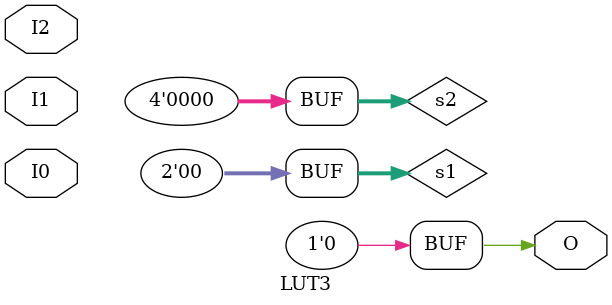
<source format=v>
module LUT3(output O, input I0, I1, I2);
  parameter [7:0] INIT = 0;
  wire [ 3: 0] s2 = I2 ? INIT[ 7: 4] : INIT[ 3: 0];
  wire [ 1: 0] s1 = I1 ?   s2[ 3: 2] :   s2[ 1: 0];
  assign O = I0 ? s1[1] : s1[0];
  specify
    (I0 => O) = 407;
    (I1 => O) = 238;
    (I2 => O) = 127;
  endspecify
endmodule
</source>
